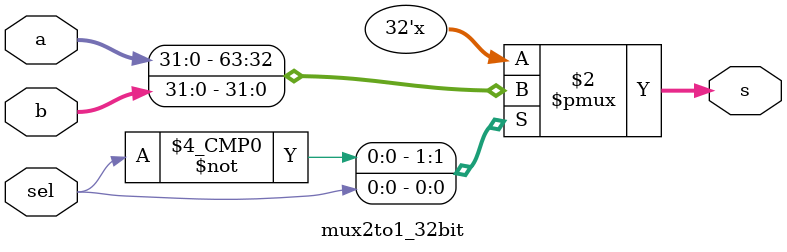
<source format=sv>
module mux2to1_32bit	(
// Input and output logic 
	// Input logic 
	input logic 	[31 : 0]		a,
	input logic 	[31 : 0]		b,
	input logic 					sel,
	
	// Output logic
	output logic 	[31 : 0]		s
);

always_comb	begin
	case(sel)
		1'b0:	s = a;
		1'b1:	s = b;
	endcase
end

endmodule

</source>
